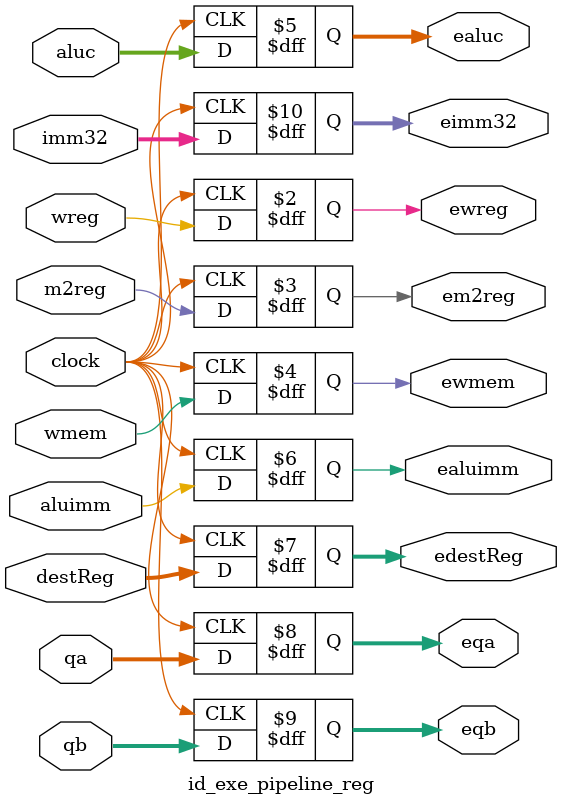
<source format=v>
`timescale 1ns / 1ps


module id_exe_pipeline_reg(
    input wire wreg,
    input wire m2reg,
    input wire wmem,
    input wire [3:0] aluc,
    input wire aluimm,
    input wire [4:0] destReg,
    input wire [31:0] qa,
    input wire [31:0] qb,
    input wire [31:0] imm32,
    input wire clock,
    output reg ewreg,
    output reg em2reg,
    output reg ewmem,
    output reg [3:0] ealuc,
    output reg ealuimm,
    output reg [4:0] edestReg,
    output reg [31:0] eqa,
    output reg [31:0] eqb,
    output reg [31:0] eimm32
);
always @(posedge clock) begin
    ewreg <= wreg;
    em2reg <= m2reg;
    ewmem <= wmem;
    ealuc <= aluc;
    ealuimm <= aluimm;
    edestReg <= destReg;
    eqa <= qa;
    eqb <= qb;
    eimm32 <= imm32;
end
endmodule

</source>
